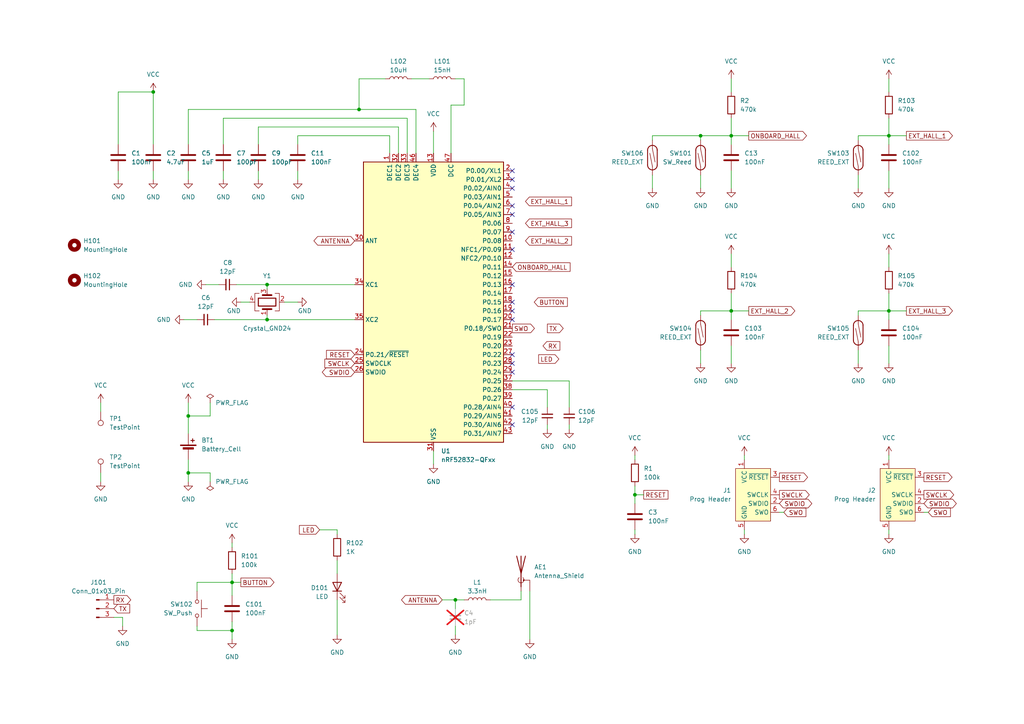
<source format=kicad_sch>
(kicad_sch (version 20230121) (generator eeschema)
  (paper "A4")
  (title_block (title "Door Sensor") (date "2024-02-09") (rev "v0.2") (company "Fabian Pflug"))
  (lib_symbols
    (symbol "Connector:Conn_01x03_Pin" (pin_names (offset 1.016) hide)
      (property "Reference" "J" (at 0 5.08 0))
      (property "Value" "Conn_01x03_Pin" (at 0 -5.08 0))
      (symbol "Conn_01x03_Pin_1_1"
        (polyline (pts (xy 1.27 -2.54) (xy 0.8636 -2.54)) (stroke (width 0.1524)))
        (polyline (pts (xy 1.27 0) (xy 0.8636 0)) (stroke (width 0.1524)))
        (polyline (pts (xy 1.27 2.54) (xy 0.8636 2.54)) (stroke (width 0.1524)))
        (rectangle (start 0.8636 -2.413) (end 0 -2.667) (stroke (width 0.1524)) (fill (type outline)))
        (rectangle (start 0.8636 0.127) (end 0 -0.127) (stroke (width 0.1524)) (fill (type outline)))
        (rectangle (start 0.8636 2.667) (end 0 2.413) (stroke (width 0.1524)) (fill (type outline)))
        (pin passive line (at 5.08 2.54 180) (length 3.81) (name "Pin_1") (number "1"))
        (pin passive line (at 5.08 0 180) (length 3.81) (name "Pin_2") (number "2"))
        (pin passive line (at 5.08 -2.54 180) (length 3.81) (name "Pin_3") (number "3"))
      )
    )
    (symbol "Connector:Conn_ARM_SWD_TagConnect_TC2030-NL" (in_bom no)
      (property "Reference" "J" (at 2.54 11.43 0))
      (property "Value" "Conn_ARM_SWD_TagConnect_TC2030-NL" (at 2.54 8.89 0))
      (symbol "Conn_ARM_SWD_TagConnect_TC2030-NL_0_0"
        (pin power_in line (at -2.54 10.16 270) (length 2.54) (name "VCC") (number "1"))
        (pin bidirectional line (at 7.62 -2.54 180) (length 2.54) (name "SWDIO") (number "2"))
        (pin open_collector line (at 7.62 5.08 180) (length 2.54) (name "~{RESET}") (number "3"))
        (pin output line (at 7.62 0 180) (length 2.54) (name "SWCLK") (number "4"))
        (pin power_in line (at -2.54 -10.16 90) (length 2.54) (name "GND") (number "5"))
        (pin input line (at 7.62 -5.08 180) (length 2.54) (name "SWO") (number "6"))
      )
      (symbol "Conn_ARM_SWD_TagConnect_TC2030-NL_0_1"
        (rectangle (start -5.08 7.62) (end 5.08 -7.62) (fill (type background)))
      )
    )
    (symbol "Connector:TestPoint" (pin_numbers hide) (pin_names (offset 0.762) hide)
      (property "Reference" "TP" (at 0 6.858 0))
      (property "Value" "TestPoint" (at 0 5.08 0))
      (symbol "TestPoint_0_1"
        (circle (center 0 3.302) (radius 0.762))
      )
      (symbol "TestPoint_1_1"
        (pin passive line (at 0 0 90) (length 2.54) (name "1") (number "1"))
      )
    )
    (symbol "Device:Antenna_Shield" (pin_numbers hide) (pin_names (offset 1.016) hide)
      (property "Reference" "AE" (at -1.905 4.445 0))
      (property "Value" "Antenna_Shield" (at -1.905 2.54 0))
      (symbol "Antenna_Shield_0_1"
        (arc (start -0.508 -1.143) (mid -0.8429 -2.1194) (end 0 -2.667))
        (arc (start 0 -2.667) (mid 0.7989 -2.1052) (end 0.508 -1.143))
        (polyline (pts (xy 0 -2.54) (xy 0 0)))
        (polyline (pts (xy 0 5.08) (xy 0 -3.81)) (stroke (width 0.254)))
        (polyline (pts (xy 0.762 -1.905) (xy 2.54 -1.905)))
        (polyline (pts (xy 2.54 -2.54) (xy 2.54 -1.905)))
        (polyline (pts (xy 1.27 5.08) (xy 0 0) (xy -1.27 5.08)) (stroke (width 0.254)))
        (circle (center 0.762 -1.905) (radius 0.1778) (fill (type outline)))
      )
      (symbol "Antenna_Shield_1_1"
        (pin input line (at 0 -5.08 90) (length 2.54) (name "A") (number "1"))
        (pin input line (at 2.54 -5.08 90) (length 2.54) (name "Shield") (number "2"))
      )
    )
    (symbol "Device:Battery_Cell" (pin_numbers hide) (pin_names (offset 0) hide)
      (property "Reference" "BT" (at 2.54 2.54 0))
      (property "Value" "Battery_Cell" (at 2.54 0 0))
      (symbol "Battery_Cell_0_1"
        (rectangle (start -2.286 1.778) (end 2.286 1.524) (fill (type outline)))
        (rectangle (start -1.524 1.016) (end 1.524 0.508) (fill (type outline)))
        (polyline (pts (xy 0 0.762) (xy 0 0)))
        (polyline (pts (xy 0 1.778) (xy 0 2.54)))
        (polyline (pts (xy 0.762 3.048) (xy 1.778 3.048)) (stroke (width 0.254)))
        (polyline (pts (xy 1.27 3.556) (xy 1.27 2.54)) (stroke (width 0.254)))
      )
      (symbol "Battery_Cell_1_1"
        (pin passive line (at 0 5.08 270) (length 2.54) (name "+") (number "1"))
        (pin passive line (at 0 -2.54 90) (length 2.54) (name "-") (number "2"))
      )
    )
    (symbol "Device:C" (pin_numbers hide) (pin_names (offset 0.254))
      (property "Reference" "C" (at 0.635 2.54 0))
      (property "Value" "C" (at 0.635 -2.54 0))
      (symbol "C_0_1"
        (polyline (pts (xy -2.032 -0.762) (xy 2.032 -0.762)) (stroke (width 0.508)))
        (polyline (pts (xy -2.032 0.762) (xy 2.032 0.762)) (stroke (width 0.508)))
      )
      (symbol "C_1_1"
        (pin passive line (at 0 3.81 270) (length 2.794) (name "~") (number "1"))
        (pin passive line (at 0 -3.81 90) (length 2.794) (name "~") (number "2"))
      )
    )
    (symbol "Device:C_Small" (pin_numbers hide) (pin_names (offset 0.254) hide)
      (property "Reference" "C" (at 0.254 1.778 0))
      (property "Value" "C_Small" (at 0.254 -2.032 0))
      (symbol "C_Small_0_1"
        (polyline (pts (xy -1.524 -0.508) (xy 1.524 -0.508)) (stroke (width 0.3302)))
        (polyline (pts (xy -1.524 0.508) (xy 1.524 0.508)) (stroke (width 0.3048)))
      )
      (symbol "C_Small_1_1"
        (pin passive line (at 0 2.54 270) (length 2.032) (name "~") (number "1"))
        (pin passive line (at 0 -2.54 90) (length 2.032) (name "~") (number "2"))
      )
    )
    (symbol "Device:Crystal_GND24" (pin_names (offset 1.016) hide)
      (property "Reference" "Y" (at 3.175 5.08 0))
      (property "Value" "Crystal_GND24" (at 3.175 3.175 0))
      (symbol "Crystal_GND24_0_1"
        (rectangle (start -1.143 2.54) (end 1.143 -2.54) (stroke (width 0.3048)))
        (polyline (pts (xy -2.54 0) (xy -2.032 0)))
        (polyline (pts (xy -2.032 -1.27) (xy -2.032 1.27)) (stroke (width 0.508)))
        (polyline (pts (xy 0 -3.81) (xy 0 -3.556)))
        (polyline (pts (xy 0 3.556) (xy 0 3.81)))
        (polyline (pts (xy 2.032 -1.27) (xy 2.032 1.27)) (stroke (width 0.508)))
        (polyline (pts (xy 2.032 0) (xy 2.54 0)))
        (polyline (pts (xy -2.54 -2.286) (xy -2.54 -3.556) (xy 2.54 -3.556) (xy 2.54 -2.286)))
        (polyline (pts (xy -2.54 2.286) (xy -2.54 3.556) (xy 2.54 3.556) (xy 2.54 2.286)))
      )
      (symbol "Crystal_GND24_1_1"
        (pin passive line (at -3.81 0 0) (length 1.27) (name "1") (number "1"))
        (pin passive line (at 0 5.08 270) (length 1.27) (name "2") (number "2"))
        (pin passive line (at 3.81 0 180) (length 1.27) (name "3") (number "3"))
        (pin passive line (at 0 -5.08 90) (length 1.27) (name "4") (number "4"))
      )
    )
    (symbol "Device:L" (pin_numbers hide) (pin_names (offset 1.016) hide)
      (property "Reference" "L" (at -1.27 0 90))
      (property "Value" "L" (at 1.905 0 90))
      (symbol "L_0_1"
        (arc (start 0 -2.54) (mid 0.6323 -1.905) (end 0 -1.27))
        (arc (start 0 -1.27) (mid 0.6323 -0.635) (end 0 0))
        (arc (start 0 0) (mid 0.6323 0.635) (end 0 1.27))
        (arc (start 0 1.27) (mid 0.6323 1.905) (end 0 2.54))
      )
      (symbol "L_1_1"
        (pin passive line (at 0 3.81 270) (length 1.27) (name "1") (number "1"))
        (pin passive line (at 0 -3.81 90) (length 1.27) (name "2") (number "2"))
      )
    )
    (symbol "Device:LED" (pin_numbers hide) (pin_names (offset 1.016) hide)
      (property "Reference" "D" (at 0 2.54 0))
      (property "Value" "LED" (at 0 -2.54 0))
      (symbol "LED_0_1"
        (polyline (pts (xy -1.27 -1.27) (xy -1.27 1.27)) (stroke (width 0.254)))
        (polyline (pts (xy -1.27 0) (xy 1.27 0)))
        (polyline (pts (xy 1.27 -1.27) (xy 1.27 1.27) (xy -1.27 0) (xy 1.27 -1.27)) (stroke (width 0.254)))
        (polyline (pts (xy -3.048 -0.762) (xy -4.572 -2.286) (xy -3.81 -2.286) (xy -4.572 -2.286) (xy -4.572 -1.524)))
        (polyline (pts (xy -1.778 -0.762) (xy -3.302 -2.286) (xy -2.54 -2.286) (xy -3.302 -2.286) (xy -3.302 -1.524)))
      )
      (symbol "LED_1_1"
        (pin passive line (at -3.81 0 0) (length 2.54) (name "K") (number "1"))
        (pin passive line (at 3.81 0 180) (length 2.54) (name "A") (number "2"))
      )
    )
    (symbol "Device:R" (pin_numbers hide) (pin_names (offset 0))
      (property "Reference" "R" (at 2.032 0 90))
      (property "Value" "R" (at 0 0 90))
      (symbol "R_0_1"
        (rectangle (start -1.016 -2.54) (end 1.016 2.54) (stroke (width 0.254)))
      )
      (symbol "R_1_1"
        (pin passive line (at 0 3.81 270) (length 1.27) (name "~") (number "1"))
        (pin passive line (at 0 -3.81 90) (length 1.27) (name "~") (number "2"))
      )
    )
    (symbol "MCU_Nordic:nRF52832-QFxx"
      (property "Reference" "U" (at 0 1.27 0))
      (property "Value" "nRF52832-QFxx" (at 0 -1.27 0))
      (symbol "nRF52832-QFxx_0_1"
        (rectangle (start -20.32 40.64) (end 20.32 -40.64) (stroke (width 0.254)) (fill (type background)))
      )
      (symbol "nRF52832-QFxx_1_1"
        (pin passive line (at -12.7 43.18 270) (length 2.54) (name "DEC1") (number "1"))
        (pin bidirectional line (at 22.86 17.78 180) (length 2.54) (name "P0.08") (number "10"))
        (pin bidirectional line (at 22.86 15.24 180) (length 2.54) (name "NFC1/P0.09") (number "11"))
        (pin bidirectional line (at 22.86 12.7 180) (length 2.54) (name "NFC2/P0.10") (number "12"))
        (pin power_in line (at 0 43.18 270) (length 2.54) (name "VDD") (number "13"))
        (pin bidirectional line (at 22.86 10.16 180) (length 2.54) (name "P0.11") (number "14"))
        (pin bidirectional line (at 22.86 7.62 180) (length 2.54) (name "P0.12") (number "15"))
        (pin bidirectional line (at 22.86 5.08 180) (length 2.54) (name "P0.13") (number "16"))
        (pin bidirectional line (at 22.86 2.54 180) (length 2.54) (name "P0.14") (number "17"))
        (pin bidirectional line (at 22.86 0 180) (length 2.54) (name "P0.15") (number "18"))
        (pin bidirectional line (at 22.86 -2.54 180) (length 2.54) (name "P0.16") (number "19"))
        (pin bidirectional line (at 22.86 38.1 180) (length 2.54) (name "P0.00/XL1") (number "2"))
        (pin bidirectional line (at 22.86 -5.08 180) (length 2.54) (name "P0.17") (number "20"))
        (pin bidirectional line (at 22.86 -7.62 180) (length 2.54) (name "P0.18/SWO") (number "21"))
        (pin bidirectional line (at 22.86 -10.16 180) (length 2.54) (name "P0.19") (number "22"))
        (pin bidirectional line (at 22.86 -12.7 180) (length 2.54) (name "P0.20") (number "23"))
        (pin bidirectional line (at -22.86 -15.24 0) (length 2.54) (name "P0.21/~{RESET}") (number "24"))
        (pin input line (at -22.86 -17.78 0) (length 2.54) (name "SWDCLK") (number "25"))
        (pin bidirectional line (at -22.86 -20.32 0) (length 2.54) (name "SWDIO") (number "26"))
        (pin bidirectional line (at 22.86 -15.24 180) (length 2.54) (name "P0.22") (number "27"))
        (pin bidirectional line (at 22.86 -17.78 180) (length 2.54) (name "P0.23") (number "28"))
        (pin bidirectional line (at 22.86 -20.32 180) (length 2.54) (name "P0.24") (number "29"))
        (pin bidirectional line (at 22.86 35.56 180) (length 2.54) (name "P0.01/XL2") (number "3"))
        (pin passive line (at -22.86 17.78 0) (length 2.54) (name "ANT") (number "30"))
        (pin power_in line (at 0 -43.18 90) (length 2.54) (name "VSS") (number "31"))
        (pin passive line (at -10.16 43.18 270) (length 2.54) (name "DEC2") (number "32"))
        (pin passive line (at -7.62 43.18 270) (length 2.54) (name "DEC3") (number "33"))
        (pin input line (at -22.86 5.08 0) (length 2.54) (name "XC1") (number "34"))
        (pin input line (at -22.86 -5.08 0) (length 2.54) (name "XC2") (number "35"))
        (pin passive line (at 0 43.18 270) (length 2.54) hide (name "VDD") (number "36"))
        (pin bidirectional line (at 22.86 -22.86 180) (length 2.54) (name "P0.25") (number "37"))
        (pin bidirectional line (at 22.86 -25.4 180) (length 2.54) (name "P0.26") (number "38"))
        (pin bidirectional line (at 22.86 -27.94 180) (length 2.54) (name "P0.27") (number "39"))
        (pin bidirectional line (at 22.86 33.02 180) (length 2.54) (name "P0.02/AIN0") (number "4"))
        (pin bidirectional line (at 22.86 -30.48 180) (length 2.54) (name "P0.28/AIN4") (number "40"))
        (pin bidirectional line (at 22.86 -33.02 180) (length 2.54) (name "P0.29/AIN5") (number "41"))
        (pin bidirectional line (at 22.86 -35.56 180) (length 2.54) (name "P0.30/AIN6") (number "42"))
        (pin bidirectional line (at 22.86 -38.1 180) (length 2.54) (name "P0.31/AIN7") (number "43"))
        (pin no_connect line (at -20.32 -30.48 0) (length 2.54) hide (name "NC") (number "44"))
        (pin passive line (at 0 -43.18 90) (length 2.54) hide (name "VSS") (number "45"))
        (pin passive line (at -5.08 43.18 270) (length 2.54) (name "DEC4") (number "46"))
        (pin power_out line (at 5.08 43.18 270) (length 2.54) (name "DCC") (number "47"))
        (pin passive line (at 0 43.18 270) (length 2.54) hide (name "VDD") (number "48"))
        (pin passive line (at 0 -43.18 90) (length 2.54) hide (name "VSS") (number "49"))
        (pin bidirectional line (at 22.86 30.48 180) (length 2.54) (name "P0.03/AIN1") (number "5"))
        (pin bidirectional line (at 22.86 27.94 180) (length 2.54) (name "P0.04/AIN2") (number "6"))
        (pin bidirectional line (at 22.86 25.4 180) (length 2.54) (name "P0.05/AIN3") (number "7"))
        (pin bidirectional line (at 22.86 22.86 180) (length 2.54) (name "P0.06") (number "8"))
        (pin bidirectional line (at 22.86 20.32 180) (length 2.54) (name "P0.07") (number "9"))
      )
    )
    (symbol "Mechanical:MountingHole" (pin_names (offset 1.016))
      (property "Reference" "H" (at 0 5.08 0))
      (property "Value" "MountingHole" (at 0 3.175 0))
      (symbol "MountingHole_0_1"
        (circle (center 0 0) (radius 1.27) (stroke (width 1.27)))
      )
    )
    (symbol "Switch:SW_Push" (pin_numbers hide) (pin_names (offset 1.016) hide)
      (property "Reference" "SW" (at 1.27 2.54 0))
      (property "Value" "SW_Push" (at 0 -1.524 0))
      (symbol "SW_Push_0_1"
        (circle (center -2.032 0) (radius 0.508))
        (polyline (pts (xy 0 1.27) (xy 0 3.048)))
        (polyline (pts (xy 2.54 1.27) (xy -2.54 1.27)))
        (circle (center 2.032 0) (radius 0.508))
        (pin passive line (at -5.08 0 0) (length 2.54) (name "1") (number "1"))
        (pin passive line (at 5.08 0 180) (length 2.54) (name "2") (number "2"))
      )
    )
    (symbol "Switch:SW_Reed" (pin_numbers hide) (pin_names (offset 0) hide)
      (property "Reference" "SW" (at 0 2.54 0))
      (property "Value" "SW_Reed" (at 0 -2.54 0))
      (symbol "SW_Reed_0_0"
        (arc (start -2.159 1.397) (mid -3.55 0) (end -2.159 -1.397) (stroke (width 0.254)))
        (polyline (pts (xy -2.54 0) (xy 1.27 0.762)))
        (polyline (pts (xy -2.159 -1.397) (xy 2.286 -1.397)) (stroke (width 0.254)))
        (polyline (pts (xy 2.159 1.397) (xy -2.159 1.397)) (stroke (width 0.254)))
        (polyline (pts (xy 2.54 0) (xy -1.27 -0.762)))
        (arc (start 2.159 -1.397) (mid 3.55 0) (end 2.159 1.397) (stroke (width 0.254)))
      )
      (symbol "SW_Reed_1_1"
        (pin passive line (at -5.08 0 0) (length 2.54) (name "1") (number "1"))
        (pin passive line (at 5.08 0 180) (length 2.54) (name "2") (number "2"))
      )
    )
    (symbol "power:GND" (power) (pin_names (offset 0))
      (property "Value" "GND" (at 0 -3.81 0))
      (symbol "GND_0_1"
        (polyline (pts (xy 0 0) (xy 0 -1.27) (xy 1.27 -1.27) (xy 0 -2.54) (xy -1.27 -1.27) (xy 0 -1.27)))
      )
      (symbol "GND_1_1"
        (pin power_in line (at 0 0 270) (length 0) hide (name "GND") (number "1"))
      )
    )
    (symbol "power:PWR_FLAG" (power) (pin_numbers hide) (pin_names (offset 0) hide)
      (property "Value" "PWR_FLAG" (at 0 3.81 0))
      (symbol "PWR_FLAG_0_0"
        (pin power_out line (at 0 0 90) (length 0) (name "pwr") (number "1"))
      )
      (symbol "PWR_FLAG_0_1"
        (polyline (pts (xy 0 0) (xy 0 1.27) (xy -1.016 1.905) (xy 0 2.54) (xy 1.016 1.905) (xy 0 1.27)))
      )
    )
    (symbol "power:VCC" (power) (pin_names (offset 0))
      (property "Value" "VCC" (at 0 3.81 0))
      (symbol "VCC_0_1"
        (polyline (pts (xy -0.762 1.27) (xy 0 2.54)))
        (polyline (pts (xy 0 0) (xy 0 2.54)))
        (polyline (pts (xy 0 2.54) (xy 0.762 1.27)))
      )
      (symbol "VCC_1_1"
        (pin power_in line (at 0 0 90) (length 0) hide (name "VCC") (number "1"))
      )
    )
  )
  (junction (at 203.2 39.37))
  (junction (at 212.09 39.37))
  (junction (at 67.31 182.88))
  (junction (at 77.47 82.55))
  (junction (at 44.45 26.67))
  (junction (at 257.81 90.17))
  (junction (at 104.14 31.75))
  (junction (at 184.15 143.51))
  (junction (at 77.47 92.71))
  (junction (at 212.09 90.17))
  (junction (at 54.61 120.65))
  (junction (at 257.81 39.37))
  (junction (at 67.31 168.91))
  (junction (at 132.08 173.99))
  (junction (at 54.61 137.16))
  (no_connect (at 148.59 102.87))
  (no_connect (at 148.59 62.23))
  (no_connect (at 148.59 105.41))
  (no_connect (at 148.59 52.07))
  (no_connect (at 148.59 54.61))
  (no_connect (at 148.59 87.63))
  (no_connect (at 148.59 82.55))
  (no_connect (at 148.59 72.39))
  (no_connect (at 148.59 67.31))
  (no_connect (at 148.59 123.19))
  (no_connect (at 148.59 92.71))
  (no_connect (at 148.59 118.11))
  (no_connect (at 148.59 90.17))
  (no_connect (at 148.59 59.69))
  (no_connect (at 148.59 49.53))
  (no_connect (at 148.59 107.95))
  (wire (pts (xy 158.75 113.03) (xy 148.59 113.03)))
  (wire (pts (xy 212.09 39.37) (xy 217.17 39.37)))
  (wire (pts (xy 257.81 132.08) (xy 257.81 133.35)))
  (wire (pts (xy 227.33 148.59) (xy 226.06 148.59)))
  (wire (pts (xy 130.81 30.48) (xy 130.81 44.45)))
  (wire (pts (xy 257.81 22.86) (xy 257.81 26.67)))
  (wire (pts (xy 132.08 173.99) (xy 134.62 173.99)))
  (wire (pts (xy 134.62 30.48) (xy 134.62 22.86)))
  (wire (pts (xy 64.77 49.53) (xy 64.77 52.07)))
  (wire (pts (xy 248.92 39.37) (xy 257.81 39.37)))
  (wire (pts (xy 82.55 87.63) (xy 86.36 87.63)))
  (wire (pts (xy 132.08 176.53) (xy 132.08 173.99)))
  (wire (pts (xy 134.62 22.86) (xy 132.08 22.86)))
  (wire (pts (xy 184.15 143.51) (xy 184.15 146.05)))
  (wire (pts (xy 57.15 171.45) (xy 57.15 168.91)))
  (wire (pts (xy 257.81 90.17) (xy 257.81 92.71)))
  (wire (pts (xy 86.36 49.53) (xy 86.36 52.07)))
  (wire (pts (xy 120.65 31.75) (xy 104.14 31.75)))
  (wire (pts (xy 212.09 34.29) (xy 212.09 39.37)))
  (wire (pts (xy 69.85 87.63) (xy 72.39 87.63)))
  (wire (pts (xy 67.31 185.42) (xy 67.31 182.88)))
  (wire (pts (xy 248.92 90.17) (xy 257.81 90.17)))
  (wire (pts (xy 59.69 82.55) (xy 63.5 82.55)))
  (wire (pts (xy 120.65 44.45) (xy 120.65 31.75)))
  (wire (pts (xy 119.38 22.86) (xy 124.46 22.86)))
  (wire (pts (xy 67.31 157.48) (xy 67.31 158.75)))
  (wire (pts (xy 53.34 92.71) (xy 57.15 92.71)))
  (wire (pts (xy 248.92 101.6) (xy 248.92 105.41)))
  (wire (pts (xy 189.23 50.8) (xy 189.23 54.61)))
  (wire (pts (xy 60.96 116.84) (xy 60.96 120.65)))
  (wire (pts (xy 186.69 143.51) (xy 184.15 143.51)))
  (wire (pts (xy 92.71 153.67) (xy 97.79 153.67)))
  (wire (pts (xy 60.96 137.16) (xy 54.61 137.16)))
  (wire (pts (xy 257.81 73.66) (xy 257.81 77.47)))
  (wire (pts (xy 34.29 49.53) (xy 34.29 52.07)))
  (wire (pts (xy 69.85 168.91) (xy 67.31 168.91)))
  (wire (pts (xy 104.14 22.86) (xy 104.14 31.75)))
  (wire (pts (xy 64.77 34.29) (xy 64.77 41.91)))
  (wire (pts (xy 212.09 73.66) (xy 212.09 77.47)))
  (wire (pts (xy 212.09 105.41) (xy 212.09 100.33)))
  (wire (pts (xy 77.47 82.55) (xy 77.47 83.82)))
  (wire (pts (xy 203.2 50.8) (xy 203.2 54.61)))
  (wire (pts (xy 54.61 31.75) (xy 54.61 41.91)))
  (wire (pts (xy 34.29 41.91) (xy 34.29 26.67)))
  (wire (pts (xy 257.81 105.41) (xy 257.81 100.33)))
  (wire (pts (xy 248.92 90.17) (xy 248.92 91.44)))
  (wire (pts (xy 102.87 92.71) (xy 77.47 92.71)))
  (wire (pts (xy 118.11 44.45) (xy 118.11 34.29)))
  (wire (pts (xy 54.61 137.16) (xy 54.61 139.7)))
  (wire (pts (xy 97.79 162.56) (xy 97.79 166.37)))
  (wire (pts (xy 115.57 44.45) (xy 115.57 36.83)))
  (wire (pts (xy 203.2 39.37) (xy 212.09 39.37)))
  (wire (pts (xy 257.81 54.61) (xy 257.81 49.53)))
  (wire (pts (xy 203.2 90.17) (xy 203.2 91.44)))
  (wire (pts (xy 130.81 30.48) (xy 134.62 30.48)))
  (wire (pts (xy 74.93 49.53) (xy 74.93 52.07)))
  (wire (pts (xy 158.75 118.11) (xy 158.75 113.03)))
  (wire (pts (xy 60.96 120.65) (xy 54.61 120.65)))
  (wire (pts (xy 54.61 133.35) (xy 54.61 137.16)))
  (wire (pts (xy 132.08 181.61) (xy 132.08 184.15)))
  (wire (pts (xy 115.57 36.83) (xy 74.93 36.83)))
  (wire (pts (xy 77.47 91.44) (xy 77.47 92.71)))
  (wire (pts (xy 97.79 153.67) (xy 97.79 154.94)))
  (wire (pts (xy 189.23 40.64) (xy 189.23 39.37)))
  (wire (pts (xy 57.15 182.88) (xy 57.15 181.61)))
  (wire (pts (xy 57.15 182.88) (xy 67.31 182.88)))
  (wire (pts (xy 54.61 49.53) (xy 54.61 52.07)))
  (wire (pts (xy 212.09 90.17) (xy 217.17 90.17)))
  (wire (pts (xy 125.73 130.81) (xy 125.73 134.62)))
  (wire (pts (xy 77.47 92.71) (xy 62.23 92.71)))
  (wire (pts (xy 113.03 44.45) (xy 113.03 39.37)))
  (wire (pts (xy 104.14 31.75) (xy 54.61 31.75)))
  (wire (pts (xy 57.15 168.91) (xy 67.31 168.91)))
  (wire (pts (xy 77.47 82.55) (xy 68.58 82.55)))
  (wire (pts (xy 86.36 39.37) (xy 86.36 41.91)))
  (wire (pts (xy 212.09 22.86) (xy 212.09 26.67)))
  (wire (pts (xy 212.09 54.61) (xy 212.09 49.53)))
  (wire (pts (xy 128.27 173.99) (xy 132.08 173.99)))
  (wire (pts (xy 257.81 39.37) (xy 257.81 41.91)))
  (wire (pts (xy 248.92 50.8) (xy 248.92 54.61)))
  (wire (pts (xy 203.2 39.37) (xy 203.2 40.64)))
  (wire (pts (xy 67.31 168.91) (xy 67.31 172.72)))
  (wire (pts (xy 74.93 36.83) (xy 74.93 41.91)))
  (wire (pts (xy 257.81 85.09) (xy 257.81 90.17)))
  (wire (pts (xy 97.79 173.99) (xy 97.79 184.15)))
  (wire (pts (xy 33.02 179.07) (xy 35.56 179.07)))
  (wire (pts (xy 44.45 49.53) (xy 44.45 52.07)))
  (wire (pts (xy 184.15 132.08) (xy 184.15 133.35)))
  (wire (pts (xy 142.24 173.99) (xy 151.13 173.99)))
  (wire (pts (xy 54.61 120.65) (xy 54.61 125.73)))
  (wire (pts (xy 153.67 171.45) (xy 153.67 185.42)))
  (wire (pts (xy 151.13 171.45) (xy 151.13 173.99)))
  (wire (pts (xy 29.21 116.84) (xy 29.21 119.38)))
  (wire (pts (xy 203.2 101.6) (xy 203.2 105.41)))
  (wire (pts (xy 158.75 123.19) (xy 158.75 124.46)))
  (wire (pts (xy 189.23 39.37) (xy 203.2 39.37)))
  (wire (pts (xy 111.76 22.86) (xy 104.14 22.86)))
  (wire (pts (xy 257.81 153.67) (xy 257.81 154.94)))
  (wire (pts (xy 184.15 140.97) (xy 184.15 143.51)))
  (wire (pts (xy 118.11 34.29) (xy 64.77 34.29)))
  (wire (pts (xy 60.96 139.7) (xy 60.96 137.16)))
  (wire (pts (xy 113.03 39.37) (xy 86.36 39.37)))
  (wire (pts (xy 212.09 41.91) (xy 212.09 39.37)))
  (wire (pts (xy 269.24 148.59) (xy 267.97 148.59)))
  (wire (pts (xy 203.2 90.17) (xy 212.09 90.17)))
  (wire (pts (xy 44.45 26.67) (xy 44.45 41.91)))
  (wire (pts (xy 34.29 26.67) (xy 44.45 26.67)))
  (wire (pts (xy 102.87 82.55) (xy 77.47 82.55)))
  (wire (pts (xy 257.81 34.29) (xy 257.81 39.37)))
  (wire (pts (xy 248.92 39.37) (xy 248.92 40.64)))
  (wire (pts (xy 54.61 116.84) (xy 54.61 120.65)))
  (wire (pts (xy 257.81 39.37) (xy 262.89 39.37)))
  (wire (pts (xy 67.31 166.37) (xy 67.31 168.91)))
  (wire (pts (xy 215.9 153.67) (xy 215.9 154.94)))
  (wire (pts (xy 212.09 85.09) (xy 212.09 90.17)))
  (wire (pts (xy 165.1 110.49) (xy 165.1 118.11)))
  (wire (pts (xy 148.59 110.49) (xy 165.1 110.49)))
  (wire (pts (xy 212.09 90.17) (xy 212.09 92.71)))
  (wire (pts (xy 125.73 38.1) (xy 125.73 44.45)))
  (wire (pts (xy 215.9 132.08) (xy 215.9 133.35)))
  (wire (pts (xy 35.56 179.07) (xy 35.56 181.61)))
  (wire (pts (xy 184.15 153.67) (xy 184.15 154.94)))
  (wire (pts (xy 29.21 137.16) (xy 29.21 139.7)))
  (wire (pts (xy 257.81 90.17) (xy 262.89 90.17)))
  (wire (pts (xy 67.31 182.88) (xy 67.31 180.34)))
  (wire (pts (xy 165.1 123.19) (xy 165.1 124.46)))
  (global_label "LED" (shape input) (at 92.71 153.67 180) (property "Intersheetrefs" "${INTERSHEET_REFS}" (effects hide)))
  (global_label "EXT_HALL_1" (shape input) (at 152.4 58.42 0) (property "Intersheetrefs" "${INTERSHEET_REFS}" (effects hide)))
  (global_label "RX" (shape input) (at 157.48 100.33 0) (property "Intersheetrefs" "${INTERSHEET_REFS}" (effects hide)))
  (global_label "RESET" (shape input) (at 102.87 102.87 180) (property "Intersheetrefs" "${INTERSHEET_REFS}" (effects hide)))
  (global_label "RESET" (shape output) (at 226.06 138.43 0) (property "Intersheetrefs" "${INTERSHEET_REFS}" (effects hide)))
  (global_label "ONBOARD_HALL" (shape output) (at 217.17 39.37 0) (property "Intersheetrefs" "${INTERSHEET_REFS}" (effects hide)))
  (global_label "SWDIO" (shape bidirectional) (at 267.97 146.05 0) (property "Intersheetrefs" "${INTERSHEET_REFS}" (effects hide)))
  (global_label "TX" (shape input) (at 33.02 176.53 0) (property "Intersheetrefs" "${INTERSHEET_REFS}" (effects hide)))
  (global_label "SWCLK" (shape output) (at 226.06 143.51 0) (property "Intersheetrefs" "${INTERSHEET_REFS}" (effects hide)))
  (global_label "BUTTON" (shape output) (at 69.85 168.91 0) (property "Intersheetrefs" "${INTERSHEET_REFS}" (effects hide)))
  (global_label "ANTENNA" (shape bidirectional) (at 128.27 173.99 180) (property "Intersheetrefs" "${INTERSHEET_REFS}" (effects hide)))
  (global_label "SWO" (shape input) (at 227.33 148.59 0) (property "Intersheetrefs" "${INTERSHEET_REFS}" (effects hide)))
  (global_label "TX" (shape output) (at 158.75 95.25 0) (property "Intersheetrefs" "${INTERSHEET_REFS}" (effects hide)))
  (global_label "SWO" (shape output) (at 148.59 95.25 0) (property "Intersheetrefs" "${INTERSHEET_REFS}" (effects hide)))
  (global_label "RESET" (shape passive) (at 186.69 143.51 0) (property "Intersheetrefs" "${INTERSHEET_REFS}" (effects hide)))
  (global_label "SWCLK" (shape output) (at 267.97 143.51 0) (property "Intersheetrefs" "${INTERSHEET_REFS}" (effects hide)))
  (global_label "LED" (shape output) (at 156.21 104.14 0) (property "Intersheetrefs" "${INTERSHEET_REFS}" (effects hide)))
  (global_label "EXT_HALL_3" (shape output) (at 262.89 90.17 0) (property "Intersheetrefs" "${INTERSHEET_REFS}" (effects hide)))
  (global_label "RESET" (shape output) (at 267.97 138.43 0) (property "Intersheetrefs" "${INTERSHEET_REFS}" (effects hide)))
  (global_label "ANTENNA" (shape bidirectional) (at 102.87 69.85 180) (property "Intersheetrefs" "${INTERSHEET_REFS}" (effects hide)))
  (global_label "EXT_HALL_2" (shape input) (at 152.4 69.85 0) (property "Intersheetrefs" "${INTERSHEET_REFS}" (effects hide)))
  (global_label "EXT_HALL_3" (shape input) (at 152.4 64.77 0) (property "Intersheetrefs" "${INTERSHEET_REFS}" (effects hide)))
  (global_label "SWDIO" (shape bidirectional) (at 226.06 146.05 0) (property "Intersheetrefs" "${INTERSHEET_REFS}" (effects hide)))
  (global_label "SWCLK" (shape input) (at 102.87 105.41 180) (property "Intersheetrefs" "${INTERSHEET_REFS}" (effects hide)))
  (global_label "BUTTON" (shape input) (at 154.94 87.63 0) (property "Intersheetrefs" "${INTERSHEET_REFS}" (effects hide)))
  (global_label "EXT_HALL_2" (shape output) (at 217.17 90.17 0) (property "Intersheetrefs" "${INTERSHEET_REFS}" (effects hide)))
  (global_label "RX" (shape output) (at 33.02 173.99 0) (property "Intersheetrefs" "${INTERSHEET_REFS}" (effects hide)))
  (global_label "SWDIO" (shape bidirectional) (at 102.87 107.95 180) (property "Intersheetrefs" "${INTERSHEET_REFS}" (effects hide)))
  (global_label "SWO" (shape input) (at 269.24 148.59 0) (property "Intersheetrefs" "${INTERSHEET_REFS}" (effects hide)))
  (global_label "EXT_HALL_1" (shape output) (at 262.89 39.37 0) (property "Intersheetrefs" "${INTERSHEET_REFS}" (effects hide)))
  (global_label "ONBOARD_HALL" (shape input) (at 148.59 77.47 0) (property "Intersheetrefs" "${INTERSHEET_REFS}" (effects hide)))
  (symbol (lib_id "power:GND") (at 69.85 87.63 270) (unit 1)
    (property "Reference" "#PWR010" (effects hide))
    (property "Value" "GND" (at 69.85 90.17 90) (effects (justify right)))
  )
  (symbol (lib_id "power:GND") (at 257.81 54.61 0) (unit 1)
    (property "Reference" "#PWR0107" (effects hide))
    (property "Value" "GND" (at 257.81 59.69 0))
  )
  (symbol (lib_id "Device:L") (at 138.43 173.99 90) (unit 1)
    (property "Reference" "L1" (at 138.43 168.91 90))
    (property "Value" "3.3nH" (at 138.43 171.45 90))
    (property "Footprint" "Inductor_SMD:L_0402_1005Metric" (effects hide))
    (property "LCSC#" "C14033" (effects hide))
  )
  (symbol (lib_id "power:VCC") (at 44.45 26.67 0) (unit 1)
    (property "Reference" "#PWR0115" (effects hide))
    (property "Value" "VCC" (at 44.45 21.59 0))
  )
  (symbol (lib_id "power:GND") (at 125.73 134.62 0) (unit 1)
    (property "Reference" "#PWR017" (effects hide))
    (property "Value" "GND" (at 125.73 139.7 0))
  )
  (symbol (lib_id "power:GND") (at 212.09 105.41 0) (unit 1)
    (property "Reference" "#PWR0110" (effects hide))
    (property "Value" "GND" (at 212.09 110.49 0))
  )
  (symbol (lib_id "Device:R") (at 212.09 81.28 0) (unit 1)
    (property "Reference" "R104" (at 214.63 80.01 0) (effects (justify left)))
    (property "Value" "470k" (at 214.63 82.55 0) (effects (justify left)))
    (property "Footprint" "Resistor_SMD:R_0402_1005Metric" (effects hide))
    (property "LCSC#" "C25790" (effects hide))
  )
  (symbol (lib_id "power:GND") (at 212.09 54.61 0) (unit 1)
    (property "Reference" "#PWR022" (effects hide))
    (property "Value" "GND" (at 212.09 59.69 0))
  )
  (symbol (lib_id "Device:C") (at 257.81 45.72 0) (unit 1)
    (property "Reference" "C102" (at 261.62 44.45 0) (effects (justify left)))
    (property "Value" "100nF" (at 261.62 46.99 0) (effects (justify left)))
    (property "Footprint" "Capacitor_SMD:C_0402_1005Metric" (effects hide))
    (property "LCSC#" "C1525" (effects hide))
  )
  (symbol (lib_id "Switch:SW_Reed") (at 203.2 45.72 90) (unit 1)
    (property "Reference" "SW101" (at 200.66 44.45 90) (effects (justify left)))
    (property "Value" "SW_Reed" (at 200.66 46.99 90) (effects (justify left)))
    (property "Footprint" "Library:reed_contact" (effects hide))
  )
  (symbol (lib_id "Mechanical:MountingHole") (at 21.59 71.12 0) (unit 1)
    (property "Reference" "H101" (at 24.13 69.85 0) (effects (justify left)))
    (property "Value" "MountingHole" (at 24.13 72.39 0) (effects (justify left)))
    (property "Footprint" "MountingHole:MountingHole_2.2mm_M2" (effects hide))
  )
  (symbol (lib_id "power:GND") (at 35.56 181.61 0) (unit 1)
    (property "Reference" "#PWR0104" (effects hide))
    (property "Value" "GND" (at 35.56 186.69 0))
  )
  (symbol (lib_id "power:GND") (at 74.93 52.07 0) (unit 1)
    (property "Reference" "#PWR011" (effects hide))
    (property "Value" "GND" (at 74.93 57.15 0))
  )
  (symbol (lib_id "power:VCC") (at 54.61 116.84 0) (unit 1)
    (property "Reference" "#PWR025" (effects hide))
    (property "Value" "VCC" (at 54.61 111.76 0))
  )
  (symbol (lib_id "power:VCC") (at 184.15 132.08 0) (unit 1)
    (property "Reference" "#PWR03" (effects hide))
    (property "Value" "VCC" (at 184.15 127 0))
  )
  (symbol (lib_id "power:GND") (at 203.2 54.61 0) (unit 1)
    (property "Reference" "#PWR020" (effects hide))
    (property "Value" "GND" (at 203.2 59.69 0))
  )
  (symbol (lib_id "power:GND") (at 44.45 52.07 0) (unit 1)
    (property "Reference" "#PWR02" (effects hide))
    (property "Value" "GND" (at 44.45 57.15 0))
  )
  (symbol (lib_id "power:GND") (at 54.61 52.07 0) (unit 1)
    (property "Reference" "#PWR07" (effects hide))
    (property "Value" "GND" (at 54.61 57.15 0))
  )
  (symbol (lib_id "power:VCC") (at 125.73 38.1 0) (unit 1)
    (property "Reference" "#PWR016" (effects hide))
    (property "Value" "VCC" (at 125.73 33.02 0))
  )
  (symbol (lib_id "power:GND") (at 153.67 185.42 0) (unit 1)
    (property "Reference" "#PWR018" (effects hide))
    (property "Value" "GND" (at 153.67 190.5 0))
  )
  (symbol (lib_id "power:VCC") (at 212.09 22.86 0) (unit 1)
    (property "Reference" "#PWR021" (effects hide))
    (property "Value" "VCC" (at 212.09 17.78 0))
  )
  (symbol (lib_id "Device:R") (at 184.15 137.16 0) (unit 1)
    (property "Reference" "R1" (at 186.69 135.89 0) (effects (justify left)))
    (property "Value" "100k" (at 186.69 138.43 0) (effects (justify left)))
    (property "Footprint" "Resistor_SMD:R_0402_1005Metric" (effects hide))
    (property "LCSC#" "C25741" (effects hide))
  )
  (symbol (lib_id "power:PWR_FLAG") (at 60.96 139.7 0) (mirror x) (unit 1)
    (property "Reference" "#FLG02" (effects hide))
    (property "Value" "PWR_FLAG" (at 67.31 139.7 0))
  )
  (symbol (lib_id "Device:C") (at 34.29 45.72 0) (unit 1)
    (property "Reference" "C1" (at 38.1 44.45 0) (effects (justify left)))
    (property "Value" "100nF" (at 38.1 46.99 0) (effects (justify left)))
    (property "Footprint" "Capacitor_SMD:C_0402_1005Metric" (effects hide))
    (property "LCSC#" "C1525" (effects hide))
  )
  (symbol (lib_id "Connector:Conn_ARM_SWD_TagConnect_TC2030-NL") (at 260.35 143.51 0) (unit 1) (in_bom no)
    (property "Reference" "J2" (at 254 142.24 0) (effects (justify right)))
    (property "Value" "Prog Header" (at 254 144.78 0) (effects (justify right)))
    (property "Footprint" "Connector:Tag-Connect_TC2030-IDC-NL_2x03_P1.27mm_Vertical" (effects hide))
    (property "Datasheet" "https://www.tag-connect.com/wp-content/uploads/bsk-pdf-manager/TC2030-CTX_1.pdf" (effects hide))
    (property "LCSC#" "-" (effects hide))
  )
  (symbol (lib_id "power:GND") (at 29.21 139.7 0) (unit 1)
    (property "Reference" "#PWR032" (effects hide))
    (property "Value" "GND" (at 29.21 144.78 0))
  )
  (symbol (lib_id "Switch:SW_Push") (at 57.15 176.53 270) (mirror x) (unit 1)
    (property "Reference" "SW102" (at 55.88 175.26 90) (effects (justify right)))
    (property "Value" "SW_Push" (at 55.88 177.8 90) (effects (justify right)))
    (property "Footprint" "Button_Switch_SMD:SW_SPST_TL3342" (effects hide))
    (property "LCSC#" "C318884" (effects hide))
  )
  (symbol (lib_id "power:GND") (at 86.36 87.63 90) (unit 1)
    (property "Reference" "#PWR014" (effects hide))
    (property "Value" "GND" (at 86.36 90.17 90) (effects (justify right)))
  )
  (symbol (lib_id "power:GND") (at 59.69 82.55 270) (unit 1)
    (property "Reference" "#PWR08" (effects hide))
    (property "Value" "GND" (at 55.88 82.55 90) (effects (justify right)))
  )
  (symbol (lib_id "Connector:Conn_01x03_Pin") (at 27.94 176.53 0) (unit 1)
    (property "Reference" "J101" (at 28.575 168.91 0))
    (property "Value" "Conn_01x03_Pin" (at 28.575 171.45 0))
    (property "Footprint" "Connector_PinHeader_2.54mm:PinHeader_1x03_P2.54mm_Vertical_SMD_Pin1Left" (effects hide))
  )
  (symbol (lib_id "Device:Battery_Cell") (at 54.61 130.81 0) (unit 1)
    (property "Reference" "BT1" (at 58.42 127.6985 0) (effects (justify left)))
    (property "Value" "Battery_Cell" (at 58.42 130.2385 0) (effects (justify left)))
    (property "Footprint" "Battery:BatteryHolder_Keystone_3034_1x20mm" (effects hide))
    (property "LCSC#" "C5213768" (effects hide))
  )
  (symbol (lib_id "power:GND") (at 67.31 185.42 0) (unit 1)
    (property "Reference" "#PWR0102" (effects hide))
    (property "Value" "GND" (at 67.31 190.5 0))
  )
  (symbol (lib_id "power:GND") (at 257.81 105.41 0) (unit 1)
    (property "Reference" "#PWR0113" (effects hide))
    (property "Value" "GND" (at 257.81 110.49 0))
  )
  (symbol (lib_id "Device:C") (at 86.36 45.72 0) (unit 1)
    (property "Reference" "C11" (at 90.17 44.45 0) (effects (justify left)))
    (property "Value" "100nF" (at 90.17 46.99 0) (effects (justify left)))
    (property "Footprint" "Capacitor_SMD:C_0402_1005Metric" (effects hide))
    (property "LCSC#" "C1525" (effects hide))
  )
  (symbol (lib_id "Device:C_Small") (at 158.75 120.65 0) (mirror x) (unit 1)
    (property "Reference" "C105" (at 156.21 119.3736 0) (effects (justify right)))
    (property "Value" "12pF" (at 156.21 121.9136 0) (effects (justify right)))
    (property "Footprint" "Capacitor_SMD:C_0402_1005Metric" (effects hide))
    (property "LCSC#" "C1547" (effects hide))
  )
  (symbol (lib_id "Device:L") (at 115.57 22.86 90) (unit 1)
    (property "Reference" "L102" (at 115.57 17.78 90))
    (property "Value" "10uH" (at 115.57 20.32 90))
    (property "Footprint" "Inductor_SMD:L_0603_1608Metric" (effects hide))
    (property "LCSC#" "C1035" (effects hide))
  )
  (symbol (lib_id "power:VCC") (at 257.81 132.08 0) (unit 1)
    (property "Reference" "#PWR033" (effects hide))
    (property "Value" "VCC" (at 257.81 127 0))
  )
  (symbol (lib_id "Device:C_Small") (at 165.1 120.65 0) (mirror y) (unit 1)
    (property "Reference" "C106" (at 167.64 119.3863 0) (effects (justify right)))
    (property "Value" "12pF" (at 167.64 121.9263 0) (effects (justify right)))
    (property "Footprint" "Capacitor_SMD:C_0402_1005Metric" (effects hide))
    (property "LCSC#" "C1547" (effects hide))
  )
  (symbol (lib_id "Connector:TestPoint") (at 29.21 119.38 180) (unit 1)
    (property "Reference" "TP1" (at 31.75 121.412 0) (effects (justify right)))
    (property "Value" "TestPoint" (at 31.75 123.952 0) (effects (justify right)))
    (property "Footprint" "TestPoint:TestPoint_Pad_3.0x3.0mm" (effects hide))
    (property "LCSC#" "-" (effects hide))
  )
  (symbol (lib_id "Device:R") (at 97.79 158.75 0) (unit 1)
    (property "Reference" "R102" (at 100.33 157.48 0) (effects (justify left)))
    (property "Value" "1K" (at 100.33 160.02 0) (effects (justify left)))
    (property "Footprint" "Resistor_SMD:R_0603_1608Metric" (effects hide))
    (property "LCSC#" "C21190" (effects hide))
  )
  (symbol (lib_id "Switch:SW_Reed") (at 248.92 96.52 90) (unit 1)
    (property "Reference" "SW105" (at 246.38 95.25 90) (effects (justify left)))
    (property "Value" "REED_EXT" (at 246.38 97.79 90) (effects (justify left)))
    (property "Footprint" "Connector_PinHeader_1.00mm:PinHeader_1x02_P1.00mm_Vertical" (effects hide))
  )
  (symbol (lib_id "power:GND") (at 64.77 52.07 0) (unit 1)
    (property "Reference" "#PWR09" (effects hide))
    (property "Value" "GND" (at 64.77 57.15 0))
  )
  (symbol (lib_id "power:VCC") (at 29.21 116.84 0) (unit 1)
    (property "Reference" "#PWR031" (effects hide))
    (property "Value" "VCC" (at 29.21 111.76 0))
  )
  (symbol (lib_id "Device:C") (at 54.61 45.72 0) (unit 1)
    (property "Reference" "C5" (at 58.42 44.45 0) (effects (justify left)))
    (property "Value" "1uF" (at 58.42 46.99 0) (effects (justify left)))
    (property "Footprint" "Capacitor_SMD:C_0603_1608Metric" (effects hide))
    (property "LCSC#" "C15849" (effects hide))
  )
  (symbol (lib_id "Device:C_Small") (at 59.69 92.71 270) (mirror x) (unit 1)
    (property "Reference" "C6" (at 59.6836 86.36 90))
    (property "Value" "12pF" (at 59.6836 88.9 90))
    (property "Footprint" "Capacitor_SMD:C_0402_1005Metric" (effects hide))
    (property "LCSC#" "C1547" (effects hide))
  )
  (symbol (lib_id "Connector:TestPoint") (at 29.21 137.16 0) (unit 1)
    (property "Reference" "TP2" (at 31.75 132.588 0) (effects (justify left)))
    (property "Value" "TestPoint" (at 31.75 135.128 0) (effects (justify left)))
    (property "Footprint" "TestPoint:TestPoint_Pad_3.0x3.0mm" (effects hide))
    (property "LCSC#" "-" (effects hide))
  )
  (symbol (lib_id "Device:C") (at 64.77 45.72 0) (unit 1)
    (property "Reference" "C7" (at 68.58 44.45 0) (effects (justify left)))
    (property "Value" "100pF" (at 68.58 46.99 0) (effects (justify left)))
    (property "Footprint" "Capacitor_SMD:C_0402_1005Metric" (effects hide))
    (property "LCSC#" "C1546" (effects hide))
  )
  (symbol (lib_id "Switch:SW_Reed") (at 189.23 45.72 90) (unit 1)
    (property "Reference" "SW106" (at 186.69 44.45 90) (effects (justify left)))
    (property "Value" "REED_EXT" (at 186.69 46.99 90) (effects (justify left)))
    (property "Footprint" "Connector_PinHeader_1.00mm:PinHeader_1x02_P1.00mm_Vertical" (effects hide))
  )
  (symbol (lib_id "Device:C") (at 212.09 45.72 0) (unit 1)
    (property "Reference" "C13" (at 215.9 44.45 0) (effects (justify left)))
    (property "Value" "100nF" (at 215.9 46.99 0) (effects (justify left)))
    (property "Footprint" "Capacitor_SMD:C_0402_1005Metric" (effects hide))
    (property "LCSC#" "C1525" (effects hide))
  )
  (symbol (lib_id "power:GND") (at 54.61 139.7 0) (unit 1)
    (property "Reference" "#PWR026" (effects hide))
    (property "Value" "GND" (at 54.61 144.78 0))
  )
  (symbol (lib_id "power:GND") (at 189.23 54.61 0) (unit 1)
    (property "Reference" "#PWR0114" (effects hide))
    (property "Value" "GND" (at 189.23 59.69 0))
  )
  (symbol (lib_id "power:GND") (at 86.36 52.07 0) (unit 1)
    (property "Reference" "#PWR013" (effects hide))
    (property "Value" "GND" (at 86.36 57.15 0))
  )
  (symbol (lib_id "power:GND") (at 203.2 105.41 0) (unit 1)
    (property "Reference" "#PWR0109" (effects hide))
    (property "Value" "GND" (at 203.2 110.49 0))
  )
  (symbol (lib_id "Device:C") (at 257.81 96.52 0) (unit 1)
    (property "Reference" "C104" (at 261.62 95.25 0) (effects (justify left)))
    (property "Value" "100nF" (at 261.62 97.79 0) (effects (justify left)))
    (property "Footprint" "Capacitor_SMD:C_0402_1005Metric" (effects hide))
    (property "LCSC#" "C1525" (effects hide))
  )
  (symbol (lib_id "Device:C_Small") (at 66.04 82.55 270) (mirror x) (unit 1)
    (property "Reference" "C8" (at 66.0336 76.2 90))
    (property "Value" "12pF" (at 66.0336 78.74 90))
    (property "Footprint" "Capacitor_SMD:C_0402_1005Metric" (effects hide))
    (property "LCSC#" "C1547" (effects hide))
  )
  (symbol (lib_id "power:GND") (at 132.08 184.15 0) (unit 1)
    (property "Reference" "#PWR05" (effects hide))
    (property "Value" "GND" (at 132.08 189.23 0))
  )
  (symbol (lib_id "Device:R") (at 257.81 81.28 0) (unit 1)
    (property "Reference" "R105" (at 260.35 80.01 0) (effects (justify left)))
    (property "Value" "470k" (at 260.35 82.55 0) (effects (justify left)))
    (property "Footprint" "Resistor_SMD:R_0402_1005Metric" (effects hide))
    (property "LCSC#" "C25790" (effects hide))
  )
  (symbol (lib_id "power:VCC") (at 215.9 132.08 0) (unit 1)
    (property "Reference" "#PWR023" (effects hide))
    (property "Value" "VCC" (at 215.9 127 0))
  )
  (symbol (lib_id "Device:C") (at 44.45 45.72 0) (unit 1)
    (property "Reference" "C2" (at 48.26 44.45 0) (effects (justify left)))
    (property "Value" "4.7uF" (at 48.26 46.99 0) (effects (justify left)))
    (property "Footprint" "Capacitor_SMD:C_0603_1608Metric" (effects hide))
    (property "LCSC#" "C19666" (effects hide))
  )
  (symbol (lib_id "power:GND") (at 165.1 124.46 0) (unit 1)
    (property "Reference" "#PWR0117" (effects hide))
    (property "Value" "GND" (at 165.1 129.54 0))
  )
  (symbol (lib_id "power:PWR_FLAG") (at 60.96 116.84 0) (unit 1)
    (property "Reference" "#FLG01" (effects hide))
    (property "Value" "PWR_FLAG" (at 67.31 116.84 0))
  )
  (symbol (lib_id "Device:R") (at 67.31 162.56 0) (unit 1)
    (property "Reference" "R101" (at 69.85 161.29 0) (effects (justify left)))
    (property "Value" "100k" (at 69.85 163.83 0) (effects (justify left)))
    (property "Footprint" "Resistor_SMD:R_0402_1005Metric" (effects hide))
    (property "LCSC#" "C25741" (effects hide))
  )
  (symbol (lib_id "MCU_Nordic:nRF52832-QFxx") (at 125.73 87.63 0) (unit 1)
    (property "Reference" "U1" (at 127.9241 130.81 0) (effects (justify left)))
    (property "Value" "nRF52832-QFxx" (at 127.9241 133.35 0) (effects (justify left)))
    (property "Footprint" "Package_DFN_QFN:QFN-48-1EP_6x6mm_P0.4mm_EP4.6x4.6mm" (effects hide))
    (property "Datasheet" "http://infocenter.nordicsemi.com/pdf/nRF52832_PS_v1.4.pdf" (effects hide))
    (property "LCSC#" "C77540" (effects hide))
  )
  (symbol (lib_id "power:GND") (at 158.75 124.46 0) (unit 1)
    (property "Reference" "#PWR0116" (effects hide))
    (property "Value" "GND" (at 158.75 129.54 0))
  )
  (symbol (lib_id "Device:L") (at 128.27 22.86 90) (unit 1)
    (property "Reference" "L101" (at 128.27 17.78 90))
    (property "Value" "15nH" (at 128.27 20.32 90))
    (property "Footprint" "Inductor_SMD:L_0402_1005Metric" (effects hide))
    (property "LCSC#" "C27143" (effects hide))
  )
  (symbol (lib_id "Device:C") (at 67.31 176.53 0) (unit 1)
    (property "Reference" "C101" (at 71.12 175.26 0) (effects (justify left)))
    (property "Value" "100nF" (at 71.12 177.8 0) (effects (justify left)))
    (property "Footprint" "Capacitor_SMD:C_0402_1005Metric" (effects hide))
    (property "LCSC#" "C1525" (effects hide))
  )
  (symbol (lib_id "power:GND") (at 248.92 54.61 0) (unit 1)
    (property "Reference" "#PWR0106" (effects hide))
    (property "Value" "GND" (at 248.92 59.69 0))
  )
  (symbol (lib_id "power:VCC") (at 257.81 73.66 0) (unit 1)
    (property "Reference" "#PWR0111" (effects hide))
    (property "Value" "VCC" (at 257.81 68.58 0))
  )
  (symbol (lib_id "Switch:SW_Reed") (at 203.2 96.52 90) (unit 1)
    (property "Reference" "SW104" (at 200.66 95.25 90) (effects (justify left)))
    (property "Value" "REED_EXT" (at 200.66 97.79 90) (effects (justify left)))
    (property "Footprint" "Connector_PinHeader_1.00mm:PinHeader_1x02_P1.00mm_Vertical" (effects hide))
  )
  (symbol (lib_id "Device:C") (at 212.09 96.52 0) (unit 1)
    (property "Reference" "C103" (at 215.9 95.25 0) (effects (justify left)))
    (property "Value" "100nF" (at 215.9 97.79 0) (effects (justify left)))
    (property "Footprint" "Capacitor_SMD:C_0402_1005Metric" (effects hide))
    (property "LCSC#" "C1525" (effects hide))
  )
  (symbol (lib_id "power:GND") (at 53.34 92.71 270) (unit 1)
    (property "Reference" "#PWR06" (effects hide))
    (property "Value" "GND" (at 49.53 92.71 90) (effects (justify right)))
  )
  (symbol (lib_id "power:GND") (at 184.15 154.94 0) (unit 1)
    (property "Reference" "#PWR04" (effects hide))
    (property "Value" "GND" (at 184.15 160.02 0))
  )
  (symbol (lib_id "Device:LED") (at 97.79 170.18 90) (unit 1)
    (property "Reference" "D101" (at 95.25 170.4975 90) (effects (justify left)))
    (property "Value" "LED" (at 95.25 173.0375 90) (effects (justify left)))
    (property "Footprint" "LED_SMD:LED_0603_1608Metric" (effects hide))
  )
  (symbol (lib_id "Connector:Conn_ARM_SWD_TagConnect_TC2030-NL") (at 218.44 143.51 0) (unit 1) (in_bom no)
    (property "Reference" "J1" (at 212.09 142.24 0) (effects (justify right)))
    (property "Value" "Prog Header" (at 212.09 144.78 0) (effects (justify right)))
    (property "Footprint" "Connector:Tag-Connect_TC2030-IDC-NL_2x03_P1.27mm_Vertical" (effects hide))
    (property "Datasheet" "https://www.tag-connect.com/wp-content/uploads/bsk-pdf-manager/TC2030-CTX_1.pdf" (effects hide))
    (property "LCSC#" "-" (effects hide))
  )
  (symbol (lib_id "power:VCC") (at 212.09 73.66 0) (unit 1)
    (property "Reference" "#PWR0108" (effects hide))
    (property "Value" "VCC" (at 212.09 68.58 0))
  )
  (symbol (lib_id "Device:C_Small") (at 132.08 179.07 0) (unit 1) (in_bom no) (dnp yes)
    (property "Reference" "C4" (at 134.62 177.8063 0) (effects (justify left)))
    (property "Value" "1pF" (at 134.62 180.3463 0) (effects (justify left)))
    (property "Footprint" "Capacitor_SMD:C_0402_1005Metric" (effects hide))
    (property "LCSC#" "-" (effects hide))
  )
  (symbol (lib_id "Device:R") (at 212.09 30.48 0) (unit 1)
    (property "Reference" "R2" (at 214.63 29.21 0) (effects (justify left)))
    (property "Value" "470k" (at 214.63 31.75 0) (effects (justify left)))
    (property "Footprint" "Resistor_SMD:R_0402_1005Metric" (effects hide))
    (property "LCSC#" "C25790" (effects hide))
  )
  (symbol (lib_id "power:VCC") (at 257.81 22.86 0) (unit 1)
    (property "Reference" "#PWR0105" (effects hide))
    (property "Value" "VCC" (at 257.81 17.78 0))
  )
  (symbol (lib_id "power:VCC") (at 67.31 157.48 0) (unit 1)
    (property "Reference" "#PWR0101" (effects hide))
    (property "Value" "VCC" (at 67.31 152.4 0))
  )
  (symbol (lib_id "power:GND") (at 97.79 184.15 0) (unit 1)
    (property "Reference" "#PWR0103" (effects hide))
    (property "Value" "GND" (at 97.79 189.23 0))
  )
  (symbol (lib_id "Device:C") (at 74.93 45.72 0) (unit 1)
    (property "Reference" "C9" (at 78.74 44.45 0) (effects (justify left)))
    (property "Value" "100pF" (at 78.74 46.99 0) (effects (justify left)))
    (property "Footprint" "Capacitor_SMD:C_0402_1005Metric" (effects hide))
    (property "LCSC#" "C1546" (effects hide))
  )
  (symbol (lib_id "Switch:SW_Reed") (at 248.92 45.72 90) (unit 1)
    (property "Reference" "SW103" (at 246.38 44.45 90) (effects (justify left)))
    (property "Value" "REED_EXT" (at 246.38 46.99 90) (effects (justify left)))
    (property "Footprint" "Connector_PinHeader_1.00mm:PinHeader_1x02_P1.00mm_Vertical" (effects hide))
  )
  (symbol (lib_id "Mechanical:MountingHole") (at 21.59 81.28 0) (unit 1)
    (property "Reference" "H102" (at 24.13 80.01 0) (effects (justify left)))
    (property "Value" "MountingHole" (at 24.13 82.55 0) (effects (justify left)))
    (property "Footprint" "MountingHole:MountingHole_2.2mm_M2" (effects hide))
  )
  (symbol (lib_id "Device:C") (at 184.15 149.86 0) (unit 1)
    (property "Reference" "C3" (at 187.96 148.59 0) (effects (justify left)))
    (property "Value" "100nF" (at 187.96 151.13 0) (effects (justify left)))
    (property "Footprint" "Capacitor_SMD:C_0402_1005Metric" (effects hide))
    (property "LCSC#" "C1525" (effects hide))
  )
  (symbol (lib_id "power:GND") (at 257.81 154.94 0) (unit 1)
    (property "Reference" "#PWR034" (effects hide))
    (property "Value" "GND" (at 257.81 160.02 0))
  )
  (symbol (lib_id "Device:R") (at 257.81 30.48 0) (unit 1)
    (property "Reference" "R103" (at 260.35 29.21 0) (effects (justify left)))
    (property "Value" "470k" (at 260.35 31.75 0) (effects (justify left)))
    (property "Footprint" "Resistor_SMD:R_0402_1005Metric" (effects hide))
    (property "LCSC#" "C25790" (effects hide))
  )
  (symbol (lib_id "Device:Antenna_Shield") (at 151.13 166.37 0) (unit 1) (in_bom no)
    (property "Reference" "AE1" (at 154.94 164.465 0) (effects (justify left)))
    (property "Value" "Antenna_Shield" (at 154.94 167.005 0) (effects (justify left)))
    (property "Footprint" "RF_Antenna:Texas_SWRA117D_2.4GHz_Right" (effects hide))
    (property "LCSC#" "-" (effects hide))
  )
  (symbol (lib_id "power:GND") (at 34.29 52.07 0) (unit 1)
    (property "Reference" "#PWR01" (effects hide))
    (property "Value" "GND" (at 34.29 57.15 0))
  )
  (symbol (lib_id "Device:Crystal_GND24") (at 77.47 87.63 270) (mirror x) (unit 1)
    (property "Reference" "Y1" (at 77.47 80.01 90))
    (property "Value" "Crystal_GND24" (at 77.47 95.25 90))
    (property "Footprint" "Crystal:Crystal_SMD_3225-4Pin_3.2x2.5mm" (effects hide))
    (property "LCSC#" "C9009" (effects hide))
  )
  (symbol (lib_id "power:GND") (at 248.92 105.41 0) (unit 1)
    (property "Reference" "#PWR0112" (effects hide))
    (property "Value" "GND" (at 248.92 110.49 0))
  )
  (symbol (lib_id "power:GND") (at 215.9 154.94 0) (unit 1)
    (property "Reference" "#PWR024" (effects hide))
    (property "Value" "GND" (at 215.9 160.02 0))
  )
)
</source>
